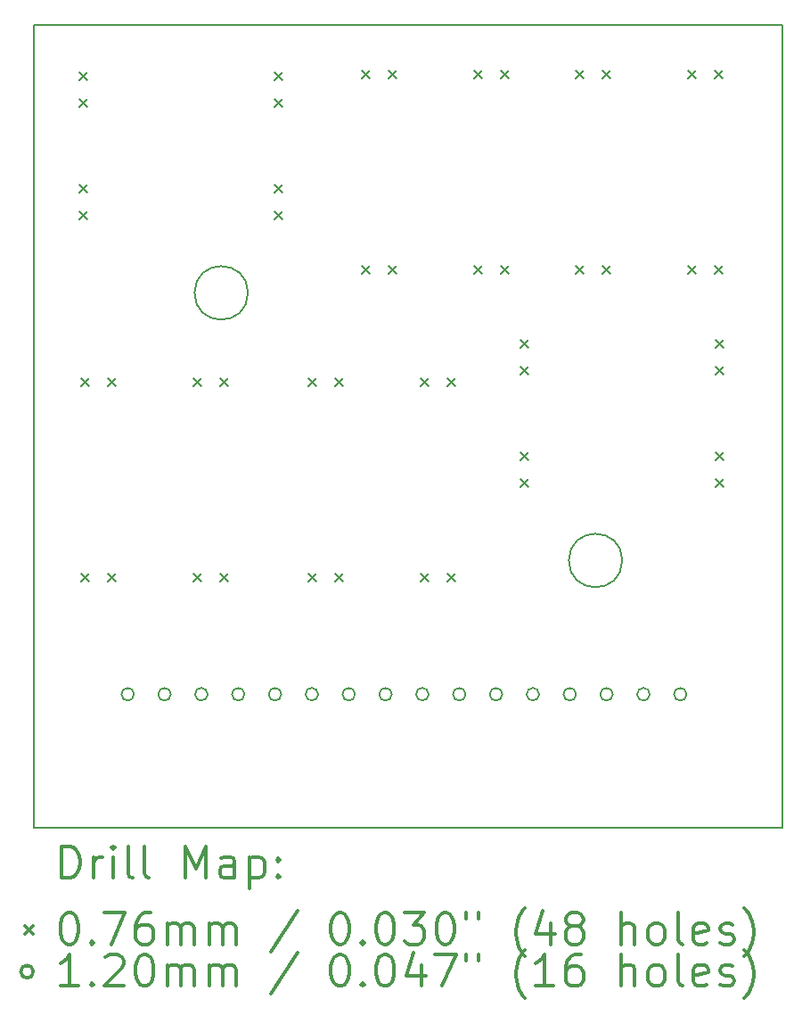
<source format=gbr>
%FSLAX45Y45*%
G04 Gerber Fmt 4.5, Leading zero omitted, Abs format (unit mm)*
G04 Created by KiCad (PCBNEW 4.0.7) date 09/30/17 17:29:43*
%MOMM*%
%LPD*%
G01*
G04 APERTURE LIST*
%ADD10C,0.127000*%
%ADD11C,0.150000*%
%ADD12C,0.200000*%
%ADD13C,0.300000*%
G04 APERTURE END LIST*
D10*
D11*
X10160000Y-12700000D02*
X10160000Y-5080000D01*
X17272000Y-12700000D02*
X10160000Y-12700000D01*
X17272000Y-5080000D02*
X17272000Y-12700000D01*
X10160000Y-5080000D02*
X17272000Y-5080000D01*
X15748000Y-10160000D02*
G75*
G03X15748000Y-10160000I-254000J0D01*
G01*
X12192000Y-7620000D02*
G75*
G03X12192000Y-7620000I-254000J0D01*
G01*
D12*
X10591800Y-5524500D02*
X10668000Y-5600700D01*
X10668000Y-5524500D02*
X10591800Y-5600700D01*
X10591800Y-5778500D02*
X10668000Y-5854700D01*
X10668000Y-5778500D02*
X10591800Y-5854700D01*
X10591800Y-6591300D02*
X10668000Y-6667500D01*
X10668000Y-6591300D02*
X10591800Y-6667500D01*
X10591800Y-6845300D02*
X10668000Y-6921500D01*
X10668000Y-6845300D02*
X10591800Y-6921500D01*
X10604500Y-8432800D02*
X10680700Y-8509000D01*
X10680700Y-8432800D02*
X10604500Y-8509000D01*
X10604500Y-10287000D02*
X10680700Y-10363200D01*
X10680700Y-10287000D02*
X10604500Y-10363200D01*
X10858500Y-8432800D02*
X10934700Y-8509000D01*
X10934700Y-8432800D02*
X10858500Y-8509000D01*
X10858500Y-10287000D02*
X10934700Y-10363200D01*
X10934700Y-10287000D02*
X10858500Y-10363200D01*
X11671300Y-8432800D02*
X11747500Y-8509000D01*
X11747500Y-8432800D02*
X11671300Y-8509000D01*
X11671300Y-10287000D02*
X11747500Y-10363200D01*
X11747500Y-10287000D02*
X11671300Y-10363200D01*
X11925300Y-8432800D02*
X12001500Y-8509000D01*
X12001500Y-8432800D02*
X11925300Y-8509000D01*
X11925300Y-10287000D02*
X12001500Y-10363200D01*
X12001500Y-10287000D02*
X11925300Y-10363200D01*
X12446000Y-5524500D02*
X12522200Y-5600700D01*
X12522200Y-5524500D02*
X12446000Y-5600700D01*
X12446000Y-5778500D02*
X12522200Y-5854700D01*
X12522200Y-5778500D02*
X12446000Y-5854700D01*
X12446000Y-6591300D02*
X12522200Y-6667500D01*
X12522200Y-6591300D02*
X12446000Y-6667500D01*
X12446000Y-6845300D02*
X12522200Y-6921500D01*
X12522200Y-6845300D02*
X12446000Y-6921500D01*
X12763500Y-8432800D02*
X12839700Y-8509000D01*
X12839700Y-8432800D02*
X12763500Y-8509000D01*
X12763500Y-10287000D02*
X12839700Y-10363200D01*
X12839700Y-10287000D02*
X12763500Y-10363200D01*
X13017500Y-8432800D02*
X13093700Y-8509000D01*
X13093700Y-8432800D02*
X13017500Y-8509000D01*
X13017500Y-10287000D02*
X13093700Y-10363200D01*
X13093700Y-10287000D02*
X13017500Y-10363200D01*
X13271500Y-5511800D02*
X13347700Y-5588000D01*
X13347700Y-5511800D02*
X13271500Y-5588000D01*
X13271500Y-7366000D02*
X13347700Y-7442200D01*
X13347700Y-7366000D02*
X13271500Y-7442200D01*
X13525500Y-5511800D02*
X13601700Y-5588000D01*
X13601700Y-5511800D02*
X13525500Y-5588000D01*
X13525500Y-7366000D02*
X13601700Y-7442200D01*
X13601700Y-7366000D02*
X13525500Y-7442200D01*
X13830300Y-8432800D02*
X13906500Y-8509000D01*
X13906500Y-8432800D02*
X13830300Y-8509000D01*
X13830300Y-10287000D02*
X13906500Y-10363200D01*
X13906500Y-10287000D02*
X13830300Y-10363200D01*
X14084300Y-8432800D02*
X14160500Y-8509000D01*
X14160500Y-8432800D02*
X14084300Y-8509000D01*
X14084300Y-10287000D02*
X14160500Y-10363200D01*
X14160500Y-10287000D02*
X14084300Y-10363200D01*
X14338300Y-5511800D02*
X14414500Y-5588000D01*
X14414500Y-5511800D02*
X14338300Y-5588000D01*
X14338300Y-7366000D02*
X14414500Y-7442200D01*
X14414500Y-7366000D02*
X14338300Y-7442200D01*
X14592300Y-5511800D02*
X14668500Y-5588000D01*
X14668500Y-5511800D02*
X14592300Y-5588000D01*
X14592300Y-7366000D02*
X14668500Y-7442200D01*
X14668500Y-7366000D02*
X14592300Y-7442200D01*
X14782800Y-8064500D02*
X14859000Y-8140700D01*
X14859000Y-8064500D02*
X14782800Y-8140700D01*
X14782800Y-8318500D02*
X14859000Y-8394700D01*
X14859000Y-8318500D02*
X14782800Y-8394700D01*
X14782800Y-9131300D02*
X14859000Y-9207500D01*
X14859000Y-9131300D02*
X14782800Y-9207500D01*
X14782800Y-9385300D02*
X14859000Y-9461500D01*
X14859000Y-9385300D02*
X14782800Y-9461500D01*
X15303500Y-5511800D02*
X15379700Y-5588000D01*
X15379700Y-5511800D02*
X15303500Y-5588000D01*
X15303500Y-7366000D02*
X15379700Y-7442200D01*
X15379700Y-7366000D02*
X15303500Y-7442200D01*
X15557500Y-5511800D02*
X15633700Y-5588000D01*
X15633700Y-5511800D02*
X15557500Y-5588000D01*
X15557500Y-7366000D02*
X15633700Y-7442200D01*
X15633700Y-7366000D02*
X15557500Y-7442200D01*
X16370300Y-5511800D02*
X16446500Y-5588000D01*
X16446500Y-5511800D02*
X16370300Y-5588000D01*
X16370300Y-7366000D02*
X16446500Y-7442200D01*
X16446500Y-7366000D02*
X16370300Y-7442200D01*
X16624300Y-5511800D02*
X16700500Y-5588000D01*
X16700500Y-5511800D02*
X16624300Y-5588000D01*
X16624300Y-7366000D02*
X16700500Y-7442200D01*
X16700500Y-7366000D02*
X16624300Y-7442200D01*
X16637000Y-8064500D02*
X16713200Y-8140700D01*
X16713200Y-8064500D02*
X16637000Y-8140700D01*
X16637000Y-8318500D02*
X16713200Y-8394700D01*
X16713200Y-8318500D02*
X16637000Y-8394700D01*
X16637000Y-9131300D02*
X16713200Y-9207500D01*
X16713200Y-9131300D02*
X16637000Y-9207500D01*
X16637000Y-9385300D02*
X16713200Y-9461500D01*
X16713200Y-9385300D02*
X16637000Y-9461500D01*
X11109000Y-11430000D02*
G75*
G03X11109000Y-11430000I-60000J0D01*
G01*
X11459000Y-11430000D02*
G75*
G03X11459000Y-11430000I-60000J0D01*
G01*
X11809000Y-11430000D02*
G75*
G03X11809000Y-11430000I-60000J0D01*
G01*
X12159000Y-11430000D02*
G75*
G03X12159000Y-11430000I-60000J0D01*
G01*
X12509000Y-11430000D02*
G75*
G03X12509000Y-11430000I-60000J0D01*
G01*
X12859000Y-11430000D02*
G75*
G03X12859000Y-11430000I-60000J0D01*
G01*
X13209000Y-11430000D02*
G75*
G03X13209000Y-11430000I-60000J0D01*
G01*
X13559000Y-11430000D02*
G75*
G03X13559000Y-11430000I-60000J0D01*
G01*
X13909000Y-11430000D02*
G75*
G03X13909000Y-11430000I-60000J0D01*
G01*
X14259000Y-11430000D02*
G75*
G03X14259000Y-11430000I-60000J0D01*
G01*
X14609000Y-11430000D02*
G75*
G03X14609000Y-11430000I-60000J0D01*
G01*
X14959000Y-11430000D02*
G75*
G03X14959000Y-11430000I-60000J0D01*
G01*
X15309000Y-11430000D02*
G75*
G03X15309000Y-11430000I-60000J0D01*
G01*
X15659000Y-11430000D02*
G75*
G03X15659000Y-11430000I-60000J0D01*
G01*
X16009000Y-11430000D02*
G75*
G03X16009000Y-11430000I-60000J0D01*
G01*
X16359000Y-11430000D02*
G75*
G03X16359000Y-11430000I-60000J0D01*
G01*
D13*
X10423929Y-13173214D02*
X10423929Y-12873214D01*
X10495357Y-12873214D01*
X10538214Y-12887500D01*
X10566786Y-12916071D01*
X10581071Y-12944643D01*
X10595357Y-13001786D01*
X10595357Y-13044643D01*
X10581071Y-13101786D01*
X10566786Y-13130357D01*
X10538214Y-13158929D01*
X10495357Y-13173214D01*
X10423929Y-13173214D01*
X10723929Y-13173214D02*
X10723929Y-12973214D01*
X10723929Y-13030357D02*
X10738214Y-13001786D01*
X10752500Y-12987500D01*
X10781071Y-12973214D01*
X10809643Y-12973214D01*
X10909643Y-13173214D02*
X10909643Y-12973214D01*
X10909643Y-12873214D02*
X10895357Y-12887500D01*
X10909643Y-12901786D01*
X10923929Y-12887500D01*
X10909643Y-12873214D01*
X10909643Y-12901786D01*
X11095357Y-13173214D02*
X11066786Y-13158929D01*
X11052500Y-13130357D01*
X11052500Y-12873214D01*
X11252500Y-13173214D02*
X11223928Y-13158929D01*
X11209643Y-13130357D01*
X11209643Y-12873214D01*
X11595357Y-13173214D02*
X11595357Y-12873214D01*
X11695357Y-13087500D01*
X11795357Y-12873214D01*
X11795357Y-13173214D01*
X12066786Y-13173214D02*
X12066786Y-13016071D01*
X12052500Y-12987500D01*
X12023928Y-12973214D01*
X11966786Y-12973214D01*
X11938214Y-12987500D01*
X12066786Y-13158929D02*
X12038214Y-13173214D01*
X11966786Y-13173214D01*
X11938214Y-13158929D01*
X11923928Y-13130357D01*
X11923928Y-13101786D01*
X11938214Y-13073214D01*
X11966786Y-13058929D01*
X12038214Y-13058929D01*
X12066786Y-13044643D01*
X12209643Y-12973214D02*
X12209643Y-13273214D01*
X12209643Y-12987500D02*
X12238214Y-12973214D01*
X12295357Y-12973214D01*
X12323928Y-12987500D01*
X12338214Y-13001786D01*
X12352500Y-13030357D01*
X12352500Y-13116071D01*
X12338214Y-13144643D01*
X12323928Y-13158929D01*
X12295357Y-13173214D01*
X12238214Y-13173214D01*
X12209643Y-13158929D01*
X12481071Y-13144643D02*
X12495357Y-13158929D01*
X12481071Y-13173214D01*
X12466786Y-13158929D01*
X12481071Y-13144643D01*
X12481071Y-13173214D01*
X12481071Y-12987500D02*
X12495357Y-13001786D01*
X12481071Y-13016071D01*
X12466786Y-13001786D01*
X12481071Y-12987500D01*
X12481071Y-13016071D01*
X10076300Y-13629400D02*
X10152500Y-13705600D01*
X10152500Y-13629400D02*
X10076300Y-13705600D01*
X10481071Y-13503214D02*
X10509643Y-13503214D01*
X10538214Y-13517500D01*
X10552500Y-13531786D01*
X10566786Y-13560357D01*
X10581071Y-13617500D01*
X10581071Y-13688929D01*
X10566786Y-13746071D01*
X10552500Y-13774643D01*
X10538214Y-13788929D01*
X10509643Y-13803214D01*
X10481071Y-13803214D01*
X10452500Y-13788929D01*
X10438214Y-13774643D01*
X10423929Y-13746071D01*
X10409643Y-13688929D01*
X10409643Y-13617500D01*
X10423929Y-13560357D01*
X10438214Y-13531786D01*
X10452500Y-13517500D01*
X10481071Y-13503214D01*
X10709643Y-13774643D02*
X10723929Y-13788929D01*
X10709643Y-13803214D01*
X10695357Y-13788929D01*
X10709643Y-13774643D01*
X10709643Y-13803214D01*
X10823928Y-13503214D02*
X11023928Y-13503214D01*
X10895357Y-13803214D01*
X11266786Y-13503214D02*
X11209643Y-13503214D01*
X11181071Y-13517500D01*
X11166786Y-13531786D01*
X11138214Y-13574643D01*
X11123929Y-13631786D01*
X11123929Y-13746071D01*
X11138214Y-13774643D01*
X11152500Y-13788929D01*
X11181071Y-13803214D01*
X11238214Y-13803214D01*
X11266786Y-13788929D01*
X11281071Y-13774643D01*
X11295357Y-13746071D01*
X11295357Y-13674643D01*
X11281071Y-13646071D01*
X11266786Y-13631786D01*
X11238214Y-13617500D01*
X11181071Y-13617500D01*
X11152500Y-13631786D01*
X11138214Y-13646071D01*
X11123929Y-13674643D01*
X11423928Y-13803214D02*
X11423928Y-13603214D01*
X11423928Y-13631786D02*
X11438214Y-13617500D01*
X11466786Y-13603214D01*
X11509643Y-13603214D01*
X11538214Y-13617500D01*
X11552500Y-13646071D01*
X11552500Y-13803214D01*
X11552500Y-13646071D02*
X11566786Y-13617500D01*
X11595357Y-13603214D01*
X11638214Y-13603214D01*
X11666786Y-13617500D01*
X11681071Y-13646071D01*
X11681071Y-13803214D01*
X11823928Y-13803214D02*
X11823928Y-13603214D01*
X11823928Y-13631786D02*
X11838214Y-13617500D01*
X11866786Y-13603214D01*
X11909643Y-13603214D01*
X11938214Y-13617500D01*
X11952500Y-13646071D01*
X11952500Y-13803214D01*
X11952500Y-13646071D02*
X11966786Y-13617500D01*
X11995357Y-13603214D01*
X12038214Y-13603214D01*
X12066786Y-13617500D01*
X12081071Y-13646071D01*
X12081071Y-13803214D01*
X12666786Y-13488929D02*
X12409643Y-13874643D01*
X13052500Y-13503214D02*
X13081071Y-13503214D01*
X13109643Y-13517500D01*
X13123928Y-13531786D01*
X13138214Y-13560357D01*
X13152500Y-13617500D01*
X13152500Y-13688929D01*
X13138214Y-13746071D01*
X13123928Y-13774643D01*
X13109643Y-13788929D01*
X13081071Y-13803214D01*
X13052500Y-13803214D01*
X13023928Y-13788929D01*
X13009643Y-13774643D01*
X12995357Y-13746071D01*
X12981071Y-13688929D01*
X12981071Y-13617500D01*
X12995357Y-13560357D01*
X13009643Y-13531786D01*
X13023928Y-13517500D01*
X13052500Y-13503214D01*
X13281071Y-13774643D02*
X13295357Y-13788929D01*
X13281071Y-13803214D01*
X13266786Y-13788929D01*
X13281071Y-13774643D01*
X13281071Y-13803214D01*
X13481071Y-13503214D02*
X13509643Y-13503214D01*
X13538214Y-13517500D01*
X13552500Y-13531786D01*
X13566785Y-13560357D01*
X13581071Y-13617500D01*
X13581071Y-13688929D01*
X13566785Y-13746071D01*
X13552500Y-13774643D01*
X13538214Y-13788929D01*
X13509643Y-13803214D01*
X13481071Y-13803214D01*
X13452500Y-13788929D01*
X13438214Y-13774643D01*
X13423928Y-13746071D01*
X13409643Y-13688929D01*
X13409643Y-13617500D01*
X13423928Y-13560357D01*
X13438214Y-13531786D01*
X13452500Y-13517500D01*
X13481071Y-13503214D01*
X13681071Y-13503214D02*
X13866785Y-13503214D01*
X13766785Y-13617500D01*
X13809643Y-13617500D01*
X13838214Y-13631786D01*
X13852500Y-13646071D01*
X13866785Y-13674643D01*
X13866785Y-13746071D01*
X13852500Y-13774643D01*
X13838214Y-13788929D01*
X13809643Y-13803214D01*
X13723928Y-13803214D01*
X13695357Y-13788929D01*
X13681071Y-13774643D01*
X14052500Y-13503214D02*
X14081071Y-13503214D01*
X14109643Y-13517500D01*
X14123928Y-13531786D01*
X14138214Y-13560357D01*
X14152500Y-13617500D01*
X14152500Y-13688929D01*
X14138214Y-13746071D01*
X14123928Y-13774643D01*
X14109643Y-13788929D01*
X14081071Y-13803214D01*
X14052500Y-13803214D01*
X14023928Y-13788929D01*
X14009643Y-13774643D01*
X13995357Y-13746071D01*
X13981071Y-13688929D01*
X13981071Y-13617500D01*
X13995357Y-13560357D01*
X14009643Y-13531786D01*
X14023928Y-13517500D01*
X14052500Y-13503214D01*
X14266786Y-13503214D02*
X14266786Y-13560357D01*
X14381071Y-13503214D02*
X14381071Y-13560357D01*
X14823928Y-13917500D02*
X14809643Y-13903214D01*
X14781071Y-13860357D01*
X14766785Y-13831786D01*
X14752500Y-13788929D01*
X14738214Y-13717500D01*
X14738214Y-13660357D01*
X14752500Y-13588929D01*
X14766785Y-13546071D01*
X14781071Y-13517500D01*
X14809643Y-13474643D01*
X14823928Y-13460357D01*
X15066785Y-13603214D02*
X15066785Y-13803214D01*
X14995357Y-13488929D02*
X14923928Y-13703214D01*
X15109643Y-13703214D01*
X15266785Y-13631786D02*
X15238214Y-13617500D01*
X15223928Y-13603214D01*
X15209643Y-13574643D01*
X15209643Y-13560357D01*
X15223928Y-13531786D01*
X15238214Y-13517500D01*
X15266785Y-13503214D01*
X15323928Y-13503214D01*
X15352500Y-13517500D01*
X15366785Y-13531786D01*
X15381071Y-13560357D01*
X15381071Y-13574643D01*
X15366785Y-13603214D01*
X15352500Y-13617500D01*
X15323928Y-13631786D01*
X15266785Y-13631786D01*
X15238214Y-13646071D01*
X15223928Y-13660357D01*
X15209643Y-13688929D01*
X15209643Y-13746071D01*
X15223928Y-13774643D01*
X15238214Y-13788929D01*
X15266785Y-13803214D01*
X15323928Y-13803214D01*
X15352500Y-13788929D01*
X15366785Y-13774643D01*
X15381071Y-13746071D01*
X15381071Y-13688929D01*
X15366785Y-13660357D01*
X15352500Y-13646071D01*
X15323928Y-13631786D01*
X15738214Y-13803214D02*
X15738214Y-13503214D01*
X15866785Y-13803214D02*
X15866785Y-13646071D01*
X15852500Y-13617500D01*
X15823928Y-13603214D01*
X15781071Y-13603214D01*
X15752500Y-13617500D01*
X15738214Y-13631786D01*
X16052500Y-13803214D02*
X16023928Y-13788929D01*
X16009643Y-13774643D01*
X15995357Y-13746071D01*
X15995357Y-13660357D01*
X16009643Y-13631786D01*
X16023928Y-13617500D01*
X16052500Y-13603214D01*
X16095357Y-13603214D01*
X16123928Y-13617500D01*
X16138214Y-13631786D01*
X16152500Y-13660357D01*
X16152500Y-13746071D01*
X16138214Y-13774643D01*
X16123928Y-13788929D01*
X16095357Y-13803214D01*
X16052500Y-13803214D01*
X16323928Y-13803214D02*
X16295357Y-13788929D01*
X16281071Y-13760357D01*
X16281071Y-13503214D01*
X16552500Y-13788929D02*
X16523928Y-13803214D01*
X16466786Y-13803214D01*
X16438214Y-13788929D01*
X16423928Y-13760357D01*
X16423928Y-13646071D01*
X16438214Y-13617500D01*
X16466786Y-13603214D01*
X16523928Y-13603214D01*
X16552500Y-13617500D01*
X16566786Y-13646071D01*
X16566786Y-13674643D01*
X16423928Y-13703214D01*
X16681071Y-13788929D02*
X16709643Y-13803214D01*
X16766786Y-13803214D01*
X16795357Y-13788929D01*
X16809643Y-13760357D01*
X16809643Y-13746071D01*
X16795357Y-13717500D01*
X16766786Y-13703214D01*
X16723928Y-13703214D01*
X16695357Y-13688929D01*
X16681071Y-13660357D01*
X16681071Y-13646071D01*
X16695357Y-13617500D01*
X16723928Y-13603214D01*
X16766786Y-13603214D01*
X16795357Y-13617500D01*
X16909643Y-13917500D02*
X16923929Y-13903214D01*
X16952500Y-13860357D01*
X16966786Y-13831786D01*
X16981071Y-13788929D01*
X16995357Y-13717500D01*
X16995357Y-13660357D01*
X16981071Y-13588929D01*
X16966786Y-13546071D01*
X16952500Y-13517500D01*
X16923929Y-13474643D01*
X16909643Y-13460357D01*
X10152500Y-14063500D02*
G75*
G03X10152500Y-14063500I-60000J0D01*
G01*
X10581071Y-14199214D02*
X10409643Y-14199214D01*
X10495357Y-14199214D02*
X10495357Y-13899214D01*
X10466786Y-13942071D01*
X10438214Y-13970643D01*
X10409643Y-13984929D01*
X10709643Y-14170643D02*
X10723929Y-14184929D01*
X10709643Y-14199214D01*
X10695357Y-14184929D01*
X10709643Y-14170643D01*
X10709643Y-14199214D01*
X10838214Y-13927786D02*
X10852500Y-13913500D01*
X10881071Y-13899214D01*
X10952500Y-13899214D01*
X10981071Y-13913500D01*
X10995357Y-13927786D01*
X11009643Y-13956357D01*
X11009643Y-13984929D01*
X10995357Y-14027786D01*
X10823928Y-14199214D01*
X11009643Y-14199214D01*
X11195357Y-13899214D02*
X11223928Y-13899214D01*
X11252500Y-13913500D01*
X11266786Y-13927786D01*
X11281071Y-13956357D01*
X11295357Y-14013500D01*
X11295357Y-14084929D01*
X11281071Y-14142071D01*
X11266786Y-14170643D01*
X11252500Y-14184929D01*
X11223928Y-14199214D01*
X11195357Y-14199214D01*
X11166786Y-14184929D01*
X11152500Y-14170643D01*
X11138214Y-14142071D01*
X11123929Y-14084929D01*
X11123929Y-14013500D01*
X11138214Y-13956357D01*
X11152500Y-13927786D01*
X11166786Y-13913500D01*
X11195357Y-13899214D01*
X11423928Y-14199214D02*
X11423928Y-13999214D01*
X11423928Y-14027786D02*
X11438214Y-14013500D01*
X11466786Y-13999214D01*
X11509643Y-13999214D01*
X11538214Y-14013500D01*
X11552500Y-14042071D01*
X11552500Y-14199214D01*
X11552500Y-14042071D02*
X11566786Y-14013500D01*
X11595357Y-13999214D01*
X11638214Y-13999214D01*
X11666786Y-14013500D01*
X11681071Y-14042071D01*
X11681071Y-14199214D01*
X11823928Y-14199214D02*
X11823928Y-13999214D01*
X11823928Y-14027786D02*
X11838214Y-14013500D01*
X11866786Y-13999214D01*
X11909643Y-13999214D01*
X11938214Y-14013500D01*
X11952500Y-14042071D01*
X11952500Y-14199214D01*
X11952500Y-14042071D02*
X11966786Y-14013500D01*
X11995357Y-13999214D01*
X12038214Y-13999214D01*
X12066786Y-14013500D01*
X12081071Y-14042071D01*
X12081071Y-14199214D01*
X12666786Y-13884929D02*
X12409643Y-14270643D01*
X13052500Y-13899214D02*
X13081071Y-13899214D01*
X13109643Y-13913500D01*
X13123928Y-13927786D01*
X13138214Y-13956357D01*
X13152500Y-14013500D01*
X13152500Y-14084929D01*
X13138214Y-14142071D01*
X13123928Y-14170643D01*
X13109643Y-14184929D01*
X13081071Y-14199214D01*
X13052500Y-14199214D01*
X13023928Y-14184929D01*
X13009643Y-14170643D01*
X12995357Y-14142071D01*
X12981071Y-14084929D01*
X12981071Y-14013500D01*
X12995357Y-13956357D01*
X13009643Y-13927786D01*
X13023928Y-13913500D01*
X13052500Y-13899214D01*
X13281071Y-14170643D02*
X13295357Y-14184929D01*
X13281071Y-14199214D01*
X13266786Y-14184929D01*
X13281071Y-14170643D01*
X13281071Y-14199214D01*
X13481071Y-13899214D02*
X13509643Y-13899214D01*
X13538214Y-13913500D01*
X13552500Y-13927786D01*
X13566785Y-13956357D01*
X13581071Y-14013500D01*
X13581071Y-14084929D01*
X13566785Y-14142071D01*
X13552500Y-14170643D01*
X13538214Y-14184929D01*
X13509643Y-14199214D01*
X13481071Y-14199214D01*
X13452500Y-14184929D01*
X13438214Y-14170643D01*
X13423928Y-14142071D01*
X13409643Y-14084929D01*
X13409643Y-14013500D01*
X13423928Y-13956357D01*
X13438214Y-13927786D01*
X13452500Y-13913500D01*
X13481071Y-13899214D01*
X13838214Y-13999214D02*
X13838214Y-14199214D01*
X13766785Y-13884929D02*
X13695357Y-14099214D01*
X13881071Y-14099214D01*
X13966785Y-13899214D02*
X14166785Y-13899214D01*
X14038214Y-14199214D01*
X14266786Y-13899214D02*
X14266786Y-13956357D01*
X14381071Y-13899214D02*
X14381071Y-13956357D01*
X14823928Y-14313500D02*
X14809643Y-14299214D01*
X14781071Y-14256357D01*
X14766785Y-14227786D01*
X14752500Y-14184929D01*
X14738214Y-14113500D01*
X14738214Y-14056357D01*
X14752500Y-13984929D01*
X14766785Y-13942071D01*
X14781071Y-13913500D01*
X14809643Y-13870643D01*
X14823928Y-13856357D01*
X15095357Y-14199214D02*
X14923928Y-14199214D01*
X15009643Y-14199214D02*
X15009643Y-13899214D01*
X14981071Y-13942071D01*
X14952500Y-13970643D01*
X14923928Y-13984929D01*
X15352500Y-13899214D02*
X15295357Y-13899214D01*
X15266785Y-13913500D01*
X15252500Y-13927786D01*
X15223928Y-13970643D01*
X15209643Y-14027786D01*
X15209643Y-14142071D01*
X15223928Y-14170643D01*
X15238214Y-14184929D01*
X15266785Y-14199214D01*
X15323928Y-14199214D01*
X15352500Y-14184929D01*
X15366785Y-14170643D01*
X15381071Y-14142071D01*
X15381071Y-14070643D01*
X15366785Y-14042071D01*
X15352500Y-14027786D01*
X15323928Y-14013500D01*
X15266785Y-14013500D01*
X15238214Y-14027786D01*
X15223928Y-14042071D01*
X15209643Y-14070643D01*
X15738214Y-14199214D02*
X15738214Y-13899214D01*
X15866785Y-14199214D02*
X15866785Y-14042071D01*
X15852500Y-14013500D01*
X15823928Y-13999214D01*
X15781071Y-13999214D01*
X15752500Y-14013500D01*
X15738214Y-14027786D01*
X16052500Y-14199214D02*
X16023928Y-14184929D01*
X16009643Y-14170643D01*
X15995357Y-14142071D01*
X15995357Y-14056357D01*
X16009643Y-14027786D01*
X16023928Y-14013500D01*
X16052500Y-13999214D01*
X16095357Y-13999214D01*
X16123928Y-14013500D01*
X16138214Y-14027786D01*
X16152500Y-14056357D01*
X16152500Y-14142071D01*
X16138214Y-14170643D01*
X16123928Y-14184929D01*
X16095357Y-14199214D01*
X16052500Y-14199214D01*
X16323928Y-14199214D02*
X16295357Y-14184929D01*
X16281071Y-14156357D01*
X16281071Y-13899214D01*
X16552500Y-14184929D02*
X16523928Y-14199214D01*
X16466786Y-14199214D01*
X16438214Y-14184929D01*
X16423928Y-14156357D01*
X16423928Y-14042071D01*
X16438214Y-14013500D01*
X16466786Y-13999214D01*
X16523928Y-13999214D01*
X16552500Y-14013500D01*
X16566786Y-14042071D01*
X16566786Y-14070643D01*
X16423928Y-14099214D01*
X16681071Y-14184929D02*
X16709643Y-14199214D01*
X16766786Y-14199214D01*
X16795357Y-14184929D01*
X16809643Y-14156357D01*
X16809643Y-14142071D01*
X16795357Y-14113500D01*
X16766786Y-14099214D01*
X16723928Y-14099214D01*
X16695357Y-14084929D01*
X16681071Y-14056357D01*
X16681071Y-14042071D01*
X16695357Y-14013500D01*
X16723928Y-13999214D01*
X16766786Y-13999214D01*
X16795357Y-14013500D01*
X16909643Y-14313500D02*
X16923929Y-14299214D01*
X16952500Y-14256357D01*
X16966786Y-14227786D01*
X16981071Y-14184929D01*
X16995357Y-14113500D01*
X16995357Y-14056357D01*
X16981071Y-13984929D01*
X16966786Y-13942071D01*
X16952500Y-13913500D01*
X16923929Y-13870643D01*
X16909643Y-13856357D01*
M02*

</source>
